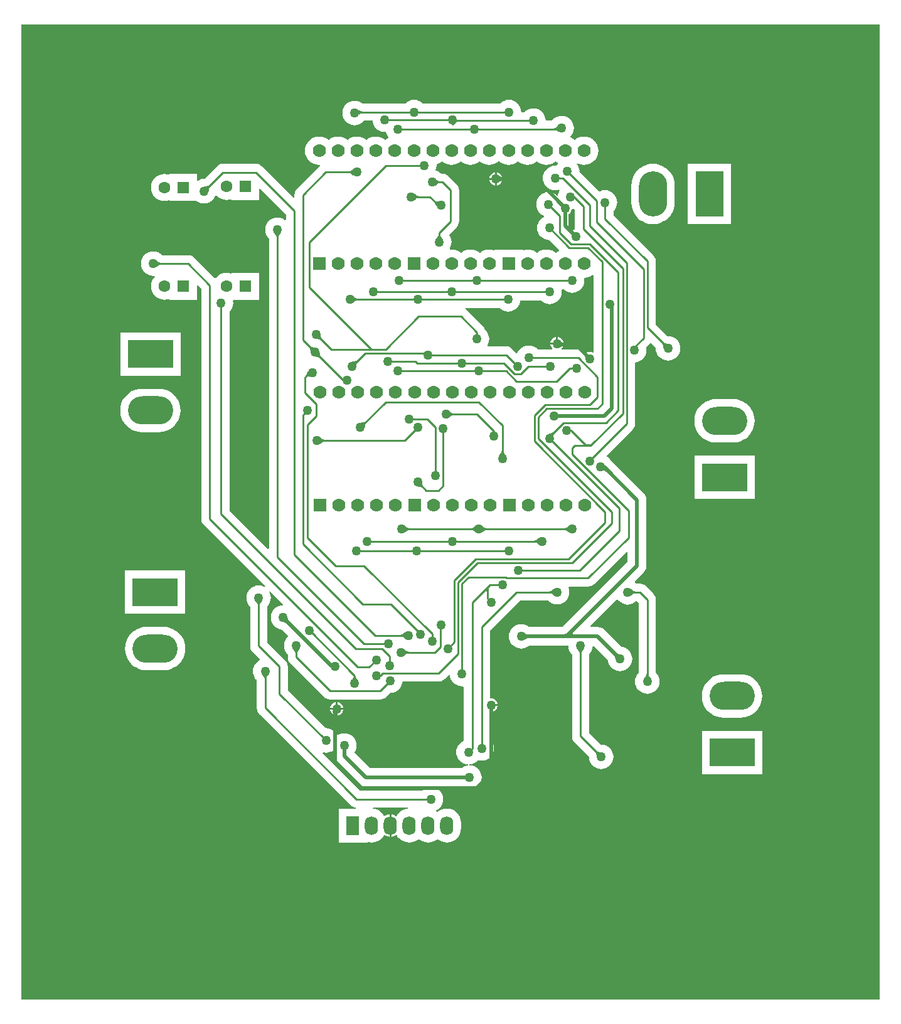
<source format=gtl>
G04*
G04 #@! TF.GenerationSoftware,Altium Limited,Altium Designer,18.0.7 (293)*
G04*
G04 Layer_Physical_Order=1*
G04 Layer_Color=255*
%FSLAX44Y44*%
%MOMM*%
G71*
G01*
G75*
%ADD10C,0.2540*%
%ADD26C,0.5080*%
%ADD27C,1.7780*%
%ADD28R,1.7780X1.7780*%
%ADD29R,6.0960X3.8100*%
%ADD30O,6.0960X3.8100*%
%ADD31R,3.8100X6.0960*%
%ADD32O,3.8100X6.0960*%
%ADD33O,1.7780X2.5400*%
%ADD34R,1.7780X2.5400*%
%ADD35R,1.6000X1.6000*%
%ADD36C,1.6000*%
%ADD37C,1.2700*%
G36*
X1158240Y0D02*
X0D01*
Y1315720D01*
X1158240D01*
Y0D01*
D02*
G37*
%LPC*%
G36*
X657860Y1214200D02*
X654623Y1213881D01*
X651511Y1212937D01*
X648643Y1211404D01*
X646129Y1209341D01*
X645963Y1209139D01*
X541487D01*
X541321Y1209341D01*
X538807Y1211404D01*
X535939Y1212937D01*
X532826Y1213881D01*
X529590Y1214200D01*
X526353Y1213881D01*
X523241Y1212937D01*
X520373Y1211404D01*
X517859Y1209341D01*
X517693Y1209139D01*
X460466D01*
X459304Y1209810D01*
X458766Y1210163D01*
X458506Y1210290D01*
X455929Y1211667D01*
X452817Y1212611D01*
X449580Y1212930D01*
X446343Y1212611D01*
X443231Y1211667D01*
X440363Y1210134D01*
X437849Y1208071D01*
X435786Y1205557D01*
X434253Y1202689D01*
X433309Y1199576D01*
X432990Y1196340D01*
X433309Y1193103D01*
X434253Y1189991D01*
X435786Y1187123D01*
X437849Y1184609D01*
X440363Y1182546D01*
X443231Y1181013D01*
X446343Y1180069D01*
X449580Y1179750D01*
X452817Y1180069D01*
X455929Y1181013D01*
X458797Y1182546D01*
X461311Y1184609D01*
X462519Y1186081D01*
X473765D01*
X473949Y1184213D01*
X474893Y1181101D01*
X476426Y1178233D01*
X478489Y1175719D01*
X481003Y1173656D01*
X483871Y1172123D01*
X486983Y1171179D01*
X490220Y1170860D01*
X491878Y1171023D01*
X492673Y1168401D01*
X494206Y1165533D01*
X495201Y1164321D01*
X494881Y1162709D01*
X492537Y1161456D01*
X490471Y1159761D01*
X488406Y1161456D01*
X485097Y1163225D01*
X481506Y1164314D01*
X477771Y1164682D01*
X474037Y1164314D01*
X470446Y1163225D01*
X467137Y1161456D01*
X465071Y1159761D01*
X463006Y1161456D01*
X459697Y1163225D01*
X456106Y1164314D01*
X452371Y1164682D01*
X448637Y1164314D01*
X445046Y1163225D01*
X441737Y1161456D01*
X439672Y1159761D01*
X437606Y1161456D01*
X434297Y1163225D01*
X430706Y1164314D01*
X426972Y1164682D01*
X423237Y1164314D01*
X419646Y1163225D01*
X416337Y1161456D01*
X414272Y1159761D01*
X412206Y1161456D01*
X408897Y1163225D01*
X405306Y1164314D01*
X401572Y1164682D01*
X397837Y1164314D01*
X394246Y1163225D01*
X390937Y1161456D01*
X388036Y1159076D01*
X385655Y1156175D01*
X383886Y1152865D01*
X382797Y1149275D01*
X382429Y1145540D01*
X382797Y1141805D01*
X383886Y1138215D01*
X385655Y1134905D01*
X388036Y1132004D01*
X390937Y1129624D01*
X394246Y1127855D01*
X397837Y1126766D01*
X401572Y1126398D01*
X402513Y1126491D01*
X402999Y1125262D01*
X402309Y1124733D01*
X371578Y1094002D01*
X369746Y1091614D01*
X368594Y1088834D01*
X368201Y1085850D01*
Y1082322D01*
X367028Y1081836D01*
X324382Y1124482D01*
X321994Y1126314D01*
X319214Y1127466D01*
X316230Y1127859D01*
X271780D01*
X271780Y1127859D01*
X268796Y1127466D01*
X266016Y1126314D01*
X263628Y1124482D01*
X263628Y1124482D01*
X246676Y1107530D01*
X246343Y1107527D01*
X246097Y1107492D01*
X243144Y1107201D01*
X240031Y1106257D01*
X237870Y1105102D01*
X236600Y1105863D01*
Y1114170D01*
X200280D01*
Y1114118D01*
X199010Y1113176D01*
X196600Y1113907D01*
X193040Y1114258D01*
X189480Y1113907D01*
X186057Y1112869D01*
X182902Y1111182D01*
X180137Y1108913D01*
X177868Y1106148D01*
X176181Y1102993D01*
X175143Y1099570D01*
X174792Y1096010D01*
X175143Y1092450D01*
X176181Y1089027D01*
X177868Y1085872D01*
X180137Y1083107D01*
X182902Y1080837D01*
X186057Y1079151D01*
X189480Y1078113D01*
X193040Y1077762D01*
X196600Y1078113D01*
X199010Y1078844D01*
X200280Y1077902D01*
Y1077850D01*
X236293D01*
X237163Y1077136D01*
X240031Y1075603D01*
X243144Y1074659D01*
X246380Y1074340D01*
X249617Y1074659D01*
X252729Y1075603D01*
X255597Y1077136D01*
X258111Y1079199D01*
X260174Y1081713D01*
X261707Y1084581D01*
X261897Y1085209D01*
X263143Y1085457D01*
X264029Y1084377D01*
X266795Y1082107D01*
X269949Y1080421D01*
X273373Y1079383D01*
X276933Y1079032D01*
X280492Y1079383D01*
X282903Y1080114D01*
X284173Y1079172D01*
Y1079120D01*
X320493D01*
Y1094104D01*
X321666Y1094590D01*
X356771Y1059485D01*
Y1052404D01*
X355623Y1051861D01*
X354657Y1052654D01*
X351789Y1054187D01*
X348676Y1055131D01*
X345440Y1055450D01*
X342203Y1055131D01*
X339091Y1054187D01*
X336223Y1052654D01*
X333709Y1050591D01*
X331646Y1048077D01*
X330113Y1045209D01*
X329169Y1042096D01*
X328850Y1038860D01*
X329169Y1035623D01*
X330113Y1032511D01*
X331646Y1029643D01*
X333277Y1027655D01*
X333529Y1027306D01*
X333911Y1026899D01*
Y608612D01*
X332738Y608126D01*
X280769Y660095D01*
Y927903D01*
X280971Y928069D01*
X283034Y930583D01*
X284567Y933451D01*
X285511Y936563D01*
X285830Y939800D01*
X285511Y943036D01*
X285377Y943480D01*
X286133Y944500D01*
X320493D01*
Y980820D01*
X284173D01*
Y980768D01*
X282903Y979826D01*
X280492Y980557D01*
X276933Y980908D01*
X273373Y980557D01*
X269949Y979519D01*
X266795Y977832D01*
X264029Y975563D01*
X262423Y973606D01*
X260744Y973490D01*
X232942Y1001292D01*
X230554Y1003124D01*
X227774Y1004276D01*
X224790Y1004669D01*
X189748D01*
X189510Y1004902D01*
X189312Y1005051D01*
X187017Y1006934D01*
X184149Y1008467D01*
X181036Y1009411D01*
X177800Y1009730D01*
X174564Y1009411D01*
X171451Y1008467D01*
X168583Y1006934D01*
X166069Y1004871D01*
X164006Y1002357D01*
X162473Y999489D01*
X161529Y996376D01*
X161210Y993140D01*
X161529Y989903D01*
X162473Y986791D01*
X164006Y983923D01*
X166069Y981409D01*
X168583Y979346D01*
X171451Y977813D01*
X174564Y976869D01*
X177800Y976550D01*
X179547Y976722D01*
X180043Y975747D01*
X180084Y975499D01*
X177868Y972798D01*
X176181Y969643D01*
X175143Y966220D01*
X174792Y962660D01*
X175143Y959100D01*
X176181Y955677D01*
X177868Y952522D01*
X180137Y949757D01*
X182902Y947487D01*
X186057Y945801D01*
X189480Y944763D01*
X193040Y944412D01*
X196600Y944763D01*
X199010Y945494D01*
X200280Y944552D01*
Y944500D01*
X236600D01*
Y963367D01*
X237773Y963853D01*
X242471Y959155D01*
Y648970D01*
X242864Y645986D01*
X244016Y643206D01*
X245848Y640818D01*
X329010Y557656D01*
X328245Y556625D01*
X326389Y557617D01*
X323276Y558561D01*
X320040Y558880D01*
X316803Y558561D01*
X313691Y557617D01*
X310823Y556084D01*
X308309Y554021D01*
X306246Y551507D01*
X304713Y548639D01*
X303769Y545527D01*
X303450Y542290D01*
X303769Y539053D01*
X304713Y535941D01*
X306246Y533073D01*
X307877Y531085D01*
X308129Y530736D01*
X308511Y530329D01*
Y477520D01*
X308904Y474536D01*
X310056Y471756D01*
X311888Y469368D01*
X321720Y459537D01*
X321488Y457972D01*
X319713Y457024D01*
X317199Y454961D01*
X315136Y452447D01*
X313603Y449579D01*
X312659Y446466D01*
X312340Y443230D01*
X312659Y439994D01*
X313603Y436881D01*
X315136Y434013D01*
X316767Y432025D01*
X317019Y431676D01*
X317401Y431269D01*
Y393700D01*
X317794Y390716D01*
X318946Y387936D01*
X320778Y385548D01*
X443968Y262358D01*
X446356Y260526D01*
X449136Y259374D01*
X451371Y259080D01*
X451287Y257810D01*
X427990D01*
Y212090D01*
X466090D01*
Y212093D01*
X467110Y212850D01*
X468705Y212366D01*
X472440Y211998D01*
X476175Y212366D01*
X479765Y213455D01*
X483075Y215224D01*
X485976Y217604D01*
X488356Y220505D01*
X489078Y221855D01*
X490706Y222207D01*
X492076Y221156D01*
X494856Y220004D01*
X496570Y219779D01*
Y234950D01*
Y250121D01*
X494856Y249896D01*
X492076Y248744D01*
X490706Y247693D01*
X489078Y248045D01*
X488356Y249395D01*
X485976Y252296D01*
X483075Y254676D01*
X479765Y256445D01*
X476175Y257534D01*
X474377Y257711D01*
X474440Y258981D01*
X521240D01*
X521303Y257711D01*
X519506Y257534D01*
X515915Y256445D01*
X512605Y254676D01*
X509704Y252296D01*
X507324Y249395D01*
X506602Y248045D01*
X504974Y247693D01*
X503604Y248744D01*
X500824Y249896D01*
X499110Y250121D01*
Y234950D01*
Y219779D01*
X500824Y220004D01*
X503604Y221156D01*
X504974Y222207D01*
X506602Y221855D01*
X507324Y220505D01*
X509704Y217604D01*
X512605Y215224D01*
X515915Y213455D01*
X519506Y212366D01*
X523240Y211998D01*
X526974Y212366D01*
X530565Y213455D01*
X533875Y215224D01*
X535940Y216919D01*
X538005Y215224D01*
X541315Y213455D01*
X544906Y212366D01*
X548640Y211998D01*
X552374Y212366D01*
X555965Y213455D01*
X559275Y215224D01*
X561340Y216919D01*
X563405Y215224D01*
X566715Y213455D01*
X570305Y212366D01*
X574040Y211998D01*
X577775Y212366D01*
X581365Y213455D01*
X584675Y215224D01*
X587576Y217604D01*
X589956Y220505D01*
X591725Y223815D01*
X592814Y227405D01*
X593182Y231140D01*
Y238760D01*
X592814Y242495D01*
X591725Y246085D01*
X589956Y249395D01*
X587576Y252296D01*
X584675Y254676D01*
X581365Y256445D01*
X577775Y257534D01*
X574040Y257902D01*
X570305Y257534D01*
X566715Y256445D01*
X563405Y254676D01*
X561340Y252981D01*
X559776Y254265D01*
X559826Y255647D01*
X559896Y255769D01*
X561667Y256716D01*
X564181Y258779D01*
X566244Y261293D01*
X567777Y264161D01*
X568721Y267274D01*
X569040Y270510D01*
X568721Y273746D01*
X567777Y276859D01*
X566244Y279727D01*
X564181Y282241D01*
X561667Y284304D01*
X559166Y285640D01*
X559485Y286910D01*
X594104D01*
X595303Y285926D01*
X598171Y284393D01*
X601283Y283449D01*
X604520Y283130D01*
X607757Y283449D01*
X610869Y284393D01*
X613737Y285926D01*
X616251Y287989D01*
X618314Y290503D01*
X619847Y293371D01*
X620791Y296483D01*
X621110Y299720D01*
X620791Y302957D01*
X619847Y306069D01*
X618314Y308937D01*
X616251Y311451D01*
X613737Y313514D01*
X610869Y315047D01*
X607757Y315991D01*
X604727Y316290D01*
Y317566D01*
X606487Y317739D01*
X609599Y318683D01*
X612467Y320216D01*
X614981Y322279D01*
X615896Y323395D01*
X617794Y322819D01*
X621030Y322500D01*
X624267Y322819D01*
X627379Y323763D01*
X630247Y325296D01*
X632761Y327359D01*
X634824Y329873D01*
X636357Y332741D01*
X637301Y335854D01*
X637620Y339090D01*
X637301Y342327D01*
X636357Y345439D01*
X634824Y348307D01*
X632761Y350821D01*
X632559Y350987D01*
Y387734D01*
X633513Y388572D01*
X633730Y388543D01*
X636051Y388849D01*
X638213Y389745D01*
X640070Y391170D01*
X641495Y393027D01*
X642391Y395189D01*
X642530Y396240D01*
X633730D01*
Y398780D01*
X642530D01*
X642391Y399831D01*
X641495Y401993D01*
X640070Y403850D01*
X638213Y405275D01*
X636051Y406171D01*
X633730Y406477D01*
X633513Y406448D01*
X632559Y407286D01*
Y498145D01*
X672795Y538381D01*
X710683D01*
X710920Y538148D01*
X711118Y537999D01*
X713413Y536116D01*
X716281Y534583D01*
X719393Y533639D01*
X722630Y533320D01*
X725866Y533639D01*
X728979Y534583D01*
X731847Y536116D01*
X734361Y538179D01*
X736424Y540693D01*
X737957Y543561D01*
X738901Y546674D01*
X739220Y549910D01*
X738901Y553147D01*
X737987Y556161D01*
X737995Y556480D01*
X738565Y557431D01*
X764540D01*
X767524Y557824D01*
X770304Y558976D01*
X772692Y560808D01*
X816597Y604713D01*
X817770Y604227D01*
Y590776D01*
X730390Y503396D01*
X730283Y503310D01*
X730162Y503228D01*
X730066Y503173D01*
X729981Y503134D01*
X729893Y503102D01*
X729786Y503072D01*
X729643Y503045D01*
X729506Y503030D01*
X684786D01*
X683587Y504014D01*
X680719Y505547D01*
X677607Y506491D01*
X674370Y506810D01*
X671133Y506491D01*
X668021Y505547D01*
X665153Y504014D01*
X662639Y501951D01*
X660576Y499437D01*
X659043Y496569D01*
X658099Y493456D01*
X657780Y490220D01*
X658099Y486983D01*
X659043Y483871D01*
X660576Y481003D01*
X662639Y478489D01*
X665153Y476426D01*
X668021Y474893D01*
X671133Y473949D01*
X674370Y473630D01*
X677607Y473949D01*
X680719Y474893D01*
X683587Y476426D01*
X684786Y477410D01*
X737801D01*
X738109Y474283D01*
X739053Y471171D01*
X740586Y468303D01*
X742217Y466315D01*
X742469Y465966D01*
X742851Y465559D01*
Y355600D01*
X743244Y352616D01*
X744396Y349836D01*
X746228Y347448D01*
X765720Y327956D01*
X765723Y327623D01*
X765758Y327377D01*
X766049Y324423D01*
X766993Y321311D01*
X768526Y318443D01*
X770589Y315929D01*
X773103Y313866D01*
X775971Y312333D01*
X779083Y311389D01*
X782320Y311070D01*
X785556Y311389D01*
X788669Y312333D01*
X791537Y313866D01*
X794051Y315929D01*
X796114Y318443D01*
X797647Y321311D01*
X798591Y324423D01*
X798910Y327660D01*
X798591Y330896D01*
X797647Y334009D01*
X796114Y336877D01*
X794051Y339391D01*
X791537Y341454D01*
X788669Y342987D01*
X785556Y343931D01*
X782997Y344183D01*
X782572Y344253D01*
X782014Y344270D01*
X765909Y360375D01*
Y465573D01*
X766142Y465810D01*
X766291Y466008D01*
X768174Y468303D01*
X769707Y471171D01*
X770651Y474283D01*
X770902Y476835D01*
X772208Y477136D01*
X791297Y458048D01*
X791449Y456503D01*
X792393Y453391D01*
X793926Y450523D01*
X795989Y448009D01*
X798503Y445946D01*
X801371Y444413D01*
X804483Y443469D01*
X807720Y443150D01*
X810956Y443469D01*
X814069Y444413D01*
X816937Y445946D01*
X819451Y448009D01*
X821514Y450523D01*
X823047Y453391D01*
X823991Y456503D01*
X824310Y459740D01*
X823991Y462976D01*
X823047Y466089D01*
X821514Y468957D01*
X819451Y471471D01*
X816937Y473534D01*
X814069Y475067D01*
X810956Y476011D01*
X809412Y476163D01*
X786298Y499278D01*
X783645Y501313D01*
X780555Y502593D01*
X777240Y503030D01*
X767914D01*
X767428Y504203D01*
X803235Y540009D01*
X804844Y539822D01*
X806389Y537939D01*
X808903Y535876D01*
X811771Y534343D01*
X814883Y533399D01*
X818120Y533080D01*
X821357Y533399D01*
X824469Y534343D01*
X827337Y535876D01*
X829325Y537507D01*
X829674Y537759D01*
X829964Y538032D01*
X833021Y534975D01*
Y441208D01*
X832788Y440970D01*
X832639Y440771D01*
X830756Y438477D01*
X829223Y435609D01*
X828279Y432496D01*
X827960Y429260D01*
X828279Y426023D01*
X829223Y422911D01*
X830756Y420043D01*
X832819Y417529D01*
X835333Y415466D01*
X838201Y413933D01*
X841313Y412989D01*
X844550Y412670D01*
X847786Y412989D01*
X850899Y413933D01*
X853767Y415466D01*
X856281Y417529D01*
X858344Y420043D01*
X859877Y422911D01*
X860821Y426023D01*
X861140Y429260D01*
X860821Y432496D01*
X859877Y435609D01*
X858344Y438477D01*
X856713Y440465D01*
X856461Y440814D01*
X856079Y441221D01*
Y539750D01*
X856079Y539750D01*
X855686Y542734D01*
X854534Y545514D01*
X852702Y547902D01*
X852702Y547902D01*
X842782Y557822D01*
X840394Y559654D01*
X837614Y560806D01*
X834630Y561199D01*
X830068D01*
X829830Y561432D01*
X829632Y561581D01*
X827968Y562946D01*
X827781Y564555D01*
X839638Y576412D01*
X841673Y579065D01*
X842953Y582155D01*
X843390Y585470D01*
Y674370D01*
X842953Y677685D01*
X841673Y680775D01*
X839638Y683428D01*
X795188Y727878D01*
X795013Y728012D01*
X794195Y728828D01*
X792781Y730551D01*
X790267Y732614D01*
X789917Y732801D01*
X789731Y734057D01*
X824762Y769088D01*
X824762Y769088D01*
X826594Y771476D01*
X827746Y774256D01*
X828139Y777240D01*
Y859845D01*
X830006Y860029D01*
X833119Y860973D01*
X835987Y862506D01*
X838501Y864569D01*
X840564Y867083D01*
X842097Y869951D01*
X843041Y873064D01*
X843360Y876300D01*
X843041Y879537D01*
X842915Y879951D01*
X847622Y884658D01*
X848228Y885448D01*
X849495Y885531D01*
X855890Y879136D01*
X855893Y878803D01*
X855928Y878557D01*
X856219Y875603D01*
X857163Y872491D01*
X858696Y869623D01*
X860759Y867109D01*
X863273Y865046D01*
X866141Y863513D01*
X869253Y862569D01*
X872490Y862250D01*
X875726Y862569D01*
X878839Y863513D01*
X881707Y865046D01*
X884221Y867109D01*
X886284Y869623D01*
X887817Y872491D01*
X888761Y875603D01*
X889080Y878840D01*
X888761Y882076D01*
X887817Y885189D01*
X886284Y888057D01*
X884221Y890571D01*
X881707Y892634D01*
X878839Y894167D01*
X875726Y895111D01*
X873167Y895363D01*
X872742Y895433D01*
X872184Y895450D01*
X856079Y911555D01*
Y996315D01*
X856079Y996315D01*
X855686Y999299D01*
X854534Y1002079D01*
X852702Y1004467D01*
X852702Y1004467D01*
X798929Y1058240D01*
Y1063793D01*
X799131Y1063959D01*
X801194Y1066473D01*
X802727Y1069341D01*
X803671Y1072454D01*
X803990Y1075690D01*
X803671Y1078926D01*
X802727Y1082039D01*
X801194Y1084907D01*
X799131Y1087421D01*
X796617Y1089484D01*
X793749Y1091017D01*
X790637Y1091961D01*
X787400Y1092280D01*
X784164Y1091961D01*
X781051Y1091017D01*
X779868Y1090385D01*
X752913Y1117340D01*
X752938Y1117600D01*
X752620Y1120836D01*
X751676Y1123949D01*
X750143Y1126817D01*
X749370Y1127758D01*
X750191Y1128759D01*
X751883Y1127855D01*
X755474Y1126766D01*
X759209Y1126398D01*
X762943Y1126766D01*
X766534Y1127855D01*
X769843Y1129624D01*
X772744Y1132004D01*
X775125Y1134905D01*
X776894Y1138215D01*
X777983Y1141805D01*
X778351Y1145540D01*
X777983Y1149275D01*
X776894Y1152865D01*
X775125Y1156175D01*
X772744Y1159076D01*
X769843Y1161456D01*
X766534Y1163225D01*
X762943Y1164314D01*
X759209Y1164682D01*
X755474Y1164314D01*
X751883Y1163225D01*
X748574Y1161456D01*
X746508Y1159761D01*
X744443Y1161456D01*
X741305Y1163134D01*
X741096Y1163540D01*
X740968Y1164603D01*
X742774Y1166803D01*
X744307Y1169671D01*
X745251Y1172784D01*
X745570Y1176020D01*
X745251Y1179257D01*
X744307Y1182369D01*
X742774Y1185237D01*
X740711Y1187751D01*
X738197Y1189814D01*
X735329Y1191347D01*
X732216Y1192291D01*
X728980Y1192610D01*
X725743Y1192291D01*
X722631Y1191347D01*
X719763Y1189814D01*
X717249Y1187751D01*
X716041Y1186279D01*
X707460D01*
X707151Y1189417D01*
X706207Y1192529D01*
X704674Y1195397D01*
X702611Y1197911D01*
X700097Y1199974D01*
X697229Y1201507D01*
X694117Y1202451D01*
X690880Y1202770D01*
X687644Y1202451D01*
X684531Y1201507D01*
X681663Y1199974D01*
X679149Y1197911D01*
X678983Y1197709D01*
X674440D01*
X674131Y1200846D01*
X673187Y1203959D01*
X671654Y1206827D01*
X669591Y1209341D01*
X667077Y1211404D01*
X664209Y1212937D01*
X661096Y1213881D01*
X657860Y1214200D01*
D02*
G37*
G36*
X957580Y1127760D02*
X899160D01*
Y1046480D01*
X957580D01*
Y1127760D01*
D02*
G37*
G36*
X852170Y1127850D02*
X847586Y1127490D01*
X843116Y1126416D01*
X838868Y1124657D01*
X834948Y1122254D01*
X831452Y1119268D01*
X828466Y1115772D01*
X826063Y1111852D01*
X824304Y1107604D01*
X823230Y1103134D01*
X822870Y1098550D01*
Y1075690D01*
X823230Y1071106D01*
X824304Y1066636D01*
X826063Y1062388D01*
X828466Y1058468D01*
X831452Y1054972D01*
X834948Y1051986D01*
X838868Y1049583D01*
X843116Y1047824D01*
X847586Y1046750D01*
X852170Y1046390D01*
X856754Y1046750D01*
X861224Y1047824D01*
X865472Y1049583D01*
X869392Y1051986D01*
X872888Y1054972D01*
X875874Y1058468D01*
X878277Y1062388D01*
X880036Y1066636D01*
X881110Y1071106D01*
X881470Y1075690D01*
Y1098550D01*
X881110Y1103134D01*
X880036Y1107604D01*
X878277Y1111852D01*
X875874Y1115772D01*
X872888Y1119268D01*
X869392Y1122254D01*
X865472Y1124657D01*
X861224Y1126416D01*
X856754Y1127490D01*
X852170Y1127850D01*
D02*
G37*
G36*
X214630Y900430D02*
X133350D01*
Y842010D01*
X214630D01*
Y900430D01*
D02*
G37*
G36*
X185420Y824320D02*
X162560D01*
X157976Y823960D01*
X153506Y822886D01*
X149258Y821127D01*
X145338Y818724D01*
X141842Y815738D01*
X138856Y812242D01*
X136453Y808322D01*
X134694Y804074D01*
X133620Y799604D01*
X133260Y795020D01*
X133620Y790436D01*
X134694Y785966D01*
X136453Y781718D01*
X138856Y777798D01*
X141842Y774302D01*
X145338Y771316D01*
X149258Y768913D01*
X153506Y767154D01*
X157976Y766080D01*
X162560Y765720D01*
X185420D01*
X190004Y766080D01*
X194474Y767154D01*
X198722Y768913D01*
X202642Y771316D01*
X206138Y774302D01*
X209124Y777798D01*
X211527Y781718D01*
X213286Y785966D01*
X214360Y790436D01*
X214720Y795020D01*
X214360Y799604D01*
X213286Y804074D01*
X211527Y808322D01*
X209124Y812242D01*
X206138Y815738D01*
X202642Y818724D01*
X198722Y821127D01*
X194474Y822886D01*
X190004Y823960D01*
X185420Y824320D01*
D02*
G37*
G36*
X960120Y810350D02*
X937260D01*
X932676Y809990D01*
X928206Y808916D01*
X923958Y807157D01*
X920038Y804754D01*
X916542Y801768D01*
X913556Y798272D01*
X911153Y794352D01*
X909394Y790104D01*
X908320Y785634D01*
X907960Y781050D01*
X908320Y776466D01*
X909394Y771996D01*
X911153Y767748D01*
X913556Y763828D01*
X916542Y760332D01*
X920038Y757346D01*
X923958Y754943D01*
X928206Y753184D01*
X932676Y752110D01*
X937260Y751750D01*
X960120D01*
X964704Y752110D01*
X969174Y753184D01*
X973422Y754943D01*
X977342Y757346D01*
X980838Y760332D01*
X983824Y763828D01*
X986227Y767748D01*
X987986Y771996D01*
X989060Y776466D01*
X989420Y781050D01*
X989060Y785634D01*
X987986Y790104D01*
X986227Y794352D01*
X983824Y798272D01*
X980838Y801768D01*
X977342Y804754D01*
X973422Y807157D01*
X969174Y808916D01*
X964704Y809990D01*
X960120Y810350D01*
D02*
G37*
G36*
X989330Y734060D02*
X908050D01*
Y675640D01*
X989330D01*
Y734060D01*
D02*
G37*
G36*
X220980Y579120D02*
X139700D01*
Y520700D01*
X220980D01*
Y579120D01*
D02*
G37*
G36*
X191770Y503010D02*
X168910D01*
X164326Y502650D01*
X159856Y501576D01*
X155608Y499817D01*
X151688Y497414D01*
X148192Y494428D01*
X145206Y490932D01*
X142803Y487012D01*
X141044Y482764D01*
X139970Y478294D01*
X139610Y473710D01*
X139970Y469126D01*
X141044Y464656D01*
X142803Y460408D01*
X145206Y456488D01*
X148192Y452992D01*
X151688Y450006D01*
X155608Y447603D01*
X159856Y445844D01*
X164326Y444770D01*
X168910Y444410D01*
X191770D01*
X196354Y444770D01*
X200824Y445844D01*
X205072Y447603D01*
X208992Y450006D01*
X212488Y452992D01*
X215474Y456488D01*
X217877Y460408D01*
X219636Y464656D01*
X220710Y469126D01*
X221070Y473710D01*
X220710Y478294D01*
X219636Y482764D01*
X217877Y487012D01*
X215474Y490932D01*
X212488Y494428D01*
X208992Y497414D01*
X205072Y499817D01*
X200824Y501576D01*
X196354Y502650D01*
X191770Y503010D01*
D02*
G37*
G36*
X970280Y439002D02*
X947420D01*
X942836Y438642D01*
X938366Y437568D01*
X934118Y435809D01*
X930198Y433406D01*
X926702Y430420D01*
X923716Y426924D01*
X921313Y423004D01*
X919554Y418756D01*
X918480Y414286D01*
X918120Y409702D01*
X918480Y405118D01*
X919554Y400648D01*
X921313Y396400D01*
X923716Y392480D01*
X926702Y388984D01*
X930198Y385998D01*
X934118Y383595D01*
X938366Y381836D01*
X942836Y380762D01*
X947420Y380402D01*
X970280D01*
X974864Y380762D01*
X979334Y381836D01*
X983582Y383595D01*
X987502Y385998D01*
X990998Y388984D01*
X993984Y392480D01*
X996387Y396400D01*
X998146Y400648D01*
X999220Y405118D01*
X999580Y409702D01*
X999220Y414286D01*
X998146Y418756D01*
X996387Y423004D01*
X993984Y426924D01*
X990998Y430420D01*
X987502Y433406D01*
X983582Y435809D01*
X979334Y437568D01*
X974864Y438642D01*
X970280Y439002D01*
D02*
G37*
G36*
X999490Y362712D02*
X918210D01*
Y304292D01*
X999490D01*
Y362712D01*
D02*
G37*
%LPD*%
G36*
X453920Y1201085D02*
X456041Y1199860D01*
X456668Y1199560D01*
X457804Y1199125D01*
X458312Y1198989D01*
X458781Y1198907D01*
X459210Y1198880D01*
X459740Y1196340D01*
X459224Y1196305D01*
X458716Y1196202D01*
X458214Y1196030D01*
X457720Y1195788D01*
X457234Y1195478D01*
X456755Y1195099D01*
X456283Y1194650D01*
X455819Y1194133D01*
X455362Y1193547D01*
X454912Y1192892D01*
X453134Y1201602D01*
X453920Y1201085D01*
D02*
G37*
G36*
X725426Y1170758D02*
X724640Y1171275D01*
X722519Y1172500D01*
X721892Y1172800D01*
X720756Y1173235D01*
X720248Y1173371D01*
X719779Y1173453D01*
X719350Y1173480D01*
X718820Y1176020D01*
X719336Y1176055D01*
X719844Y1176158D01*
X720346Y1176330D01*
X720839Y1176572D01*
X721326Y1176882D01*
X721805Y1177261D01*
X722277Y1177710D01*
X722741Y1178227D01*
X723198Y1178813D01*
X723648Y1179468D01*
X725426Y1170758D01*
D02*
G37*
G36*
X646974Y1129624D02*
X650283Y1127855D01*
X653874Y1126766D01*
X657608Y1126398D01*
X661343Y1126766D01*
X664934Y1127855D01*
X668243Y1129624D01*
X670309Y1131319D01*
X672374Y1129624D01*
X675683Y1127855D01*
X679274Y1126766D01*
X683008Y1126398D01*
X686743Y1126766D01*
X690334Y1127855D01*
X693643Y1129624D01*
X695708Y1131319D01*
X697774Y1129624D01*
X701083Y1127855D01*
X704674Y1126766D01*
X708409Y1126398D01*
X712143Y1126766D01*
X715734Y1127855D01*
X719043Y1129624D01*
X721108Y1131319D01*
X723174Y1129624D01*
X723462Y1129470D01*
X723710Y1128224D01*
X722555Y1126817D01*
X721661Y1125145D01*
X720090Y1125300D01*
X716853Y1124981D01*
X713741Y1124037D01*
X710873Y1122504D01*
X708359Y1120441D01*
X706296Y1117927D01*
X704763Y1115059D01*
X703819Y1111946D01*
X703500Y1108710D01*
X703819Y1105473D01*
X704763Y1102361D01*
X706296Y1099493D01*
X708359Y1096979D01*
X710873Y1094916D01*
X713741Y1093383D01*
X716853Y1092439D01*
X720090Y1092120D01*
X723326Y1092439D01*
X725478Y1093092D01*
X726350Y1092029D01*
X725083Y1089659D01*
X724139Y1086546D01*
X724019Y1085333D01*
X722716Y1085057D01*
X720417Y1086944D01*
X717549Y1088477D01*
X714436Y1089421D01*
X711200Y1089740D01*
X707963Y1089421D01*
X704851Y1088477D01*
X701983Y1086944D01*
X699469Y1084881D01*
X697406Y1082367D01*
X695873Y1079499D01*
X694929Y1076386D01*
X694610Y1073150D01*
X694929Y1069913D01*
X695873Y1066801D01*
X697406Y1063933D01*
X699469Y1061419D01*
X701983Y1059356D01*
X704851Y1057823D01*
X705251Y1057702D01*
X705386Y1056334D01*
X703253Y1055194D01*
X700739Y1053131D01*
X698676Y1050617D01*
X697143Y1047749D01*
X696199Y1044637D01*
X695880Y1041400D01*
X696199Y1038164D01*
X697143Y1035051D01*
X698676Y1032183D01*
X700739Y1029669D01*
X703253Y1027606D01*
X706121Y1026073D01*
X709233Y1025129D01*
X712470Y1024810D01*
X712730Y1024836D01*
X725713Y1011853D01*
X725481Y1010289D01*
X723174Y1009056D01*
X721108Y1007361D01*
X719043Y1009056D01*
X715734Y1010825D01*
X712143Y1011914D01*
X708409Y1012282D01*
X704674Y1011914D01*
X701083Y1010825D01*
X697774Y1009056D01*
X695708Y1007361D01*
X693643Y1009056D01*
X690334Y1010825D01*
X686743Y1011914D01*
X683008Y1012282D01*
X679274Y1011914D01*
X677679Y1011430D01*
X676658Y1012187D01*
Y1012190D01*
X638559D01*
Y1012139D01*
X637289Y1011197D01*
X634925Y1011914D01*
X631190Y1012282D01*
X627455Y1011914D01*
X623865Y1010825D01*
X620555Y1009056D01*
X618490Y1007361D01*
X616425Y1009056D01*
X613115Y1010825D01*
X609524Y1011914D01*
X605790Y1012282D01*
X602056Y1011914D01*
X598465Y1010825D01*
X595155Y1009056D01*
X593090Y1007361D01*
X591025Y1009056D01*
X587715Y1010825D01*
X584124Y1011914D01*
X580390Y1012282D01*
X578242Y1012071D01*
X578189Y1012169D01*
X577763Y1013300D01*
X579207Y1016001D01*
X580151Y1019113D01*
X580470Y1022350D01*
X580151Y1025586D01*
X579207Y1028699D01*
X577674Y1031567D01*
X577235Y1032101D01*
X587272Y1042138D01*
X589104Y1044526D01*
X590256Y1047306D01*
X590649Y1050290D01*
Y1092200D01*
X590256Y1095184D01*
X589104Y1097964D01*
X587272Y1100352D01*
X576408Y1111216D01*
X574020Y1113048D01*
X571240Y1114200D01*
X568256Y1114593D01*
X566233D01*
X565996Y1114826D01*
X565798Y1114975D01*
X563503Y1116858D01*
X560635Y1118391D01*
X558901Y1118917D01*
X559831Y1121983D01*
X560150Y1125220D01*
X559961Y1127141D01*
X562315Y1127855D01*
X565625Y1129624D01*
X567690Y1131319D01*
X569755Y1129624D01*
X573065Y1127855D01*
X576656Y1126766D01*
X580390Y1126398D01*
X584124Y1126766D01*
X587715Y1127855D01*
X591025Y1129624D01*
X593090Y1131319D01*
X595155Y1129624D01*
X598465Y1127855D01*
X602056Y1126766D01*
X605790Y1126398D01*
X609524Y1126766D01*
X613115Y1127855D01*
X616425Y1129624D01*
X618490Y1131319D01*
X620555Y1129624D01*
X623865Y1127855D01*
X627455Y1126766D01*
X631190Y1126398D01*
X634925Y1126766D01*
X638515Y1127855D01*
X641825Y1129624D01*
X644399Y1131737D01*
X646974Y1129624D01*
D02*
G37*
G36*
X447837Y1112137D02*
X447221Y1112740D01*
X446035Y1113756D01*
X445463Y1114168D01*
X444906Y1114518D01*
X444364Y1114803D01*
X443836Y1115026D01*
X443323Y1115184D01*
X442824Y1115280D01*
X442340Y1115312D01*
Y1117851D01*
X442824Y1117883D01*
X443323Y1117979D01*
X443836Y1118137D01*
X444364Y1118360D01*
X444906Y1118645D01*
X445463Y1118995D01*
X446035Y1119407D01*
X446621Y1119883D01*
X447837Y1121027D01*
Y1112137D01*
D02*
G37*
G36*
X559436Y1106906D02*
X560623Y1105890D01*
X561194Y1105477D01*
X561751Y1105128D01*
X562294Y1104842D01*
X562821Y1104620D01*
X563335Y1104461D01*
X563834Y1104366D01*
X564318Y1104334D01*
Y1101794D01*
X563834Y1101762D01*
X563335Y1101667D01*
X562821Y1101508D01*
X562294Y1101286D01*
X561751Y1101000D01*
X561194Y1100651D01*
X560623Y1100238D01*
X560037Y1099762D01*
X558821Y1098619D01*
Y1107509D01*
X559436Y1106906D01*
D02*
G37*
G36*
X254371Y1097125D02*
X254052Y1096761D01*
X253766Y1096341D01*
X253515Y1095865D01*
X253299Y1095335D01*
X253118Y1094749D01*
X252971Y1094109D01*
X252859Y1093413D01*
X252781Y1092661D01*
X252730Y1090993D01*
X246444Y1097280D01*
X247305Y1097288D01*
X248863Y1097409D01*
X249559Y1097521D01*
X250199Y1097668D01*
X250785Y1097849D01*
X251315Y1098065D01*
X251791Y1098316D01*
X252211Y1098602D01*
X252575Y1098922D01*
X254371Y1097125D01*
D02*
G37*
G36*
X530930Y1087152D02*
X532117Y1086136D01*
X532688Y1085723D01*
X533245Y1085374D01*
X533787Y1085088D01*
X534315Y1084866D01*
X534829Y1084707D01*
X535327Y1084612D01*
X535812Y1084580D01*
Y1082040D01*
X535327Y1082008D01*
X534829Y1081913D01*
X534315Y1081754D01*
X533787Y1081532D01*
X533245Y1081246D01*
X532688Y1080897D01*
X532117Y1080484D01*
X531531Y1080008D01*
X530315Y1078865D01*
Y1087755D01*
X530930Y1087152D01*
D02*
G37*
G36*
X558749Y1077587D02*
X559183Y1077302D01*
X559645Y1077090D01*
X560135Y1076948D01*
X560654Y1076879D01*
X561200Y1076880D01*
X561775Y1076954D01*
X562378Y1077099D01*
X563009Y1077315D01*
X563669Y1077603D01*
X560609Y1069319D01*
X560185Y1070269D01*
X557868Y1074715D01*
X557630Y1075036D01*
X557415Y1075279D01*
X558343Y1077943D01*
X558749Y1077587D01*
D02*
G37*
G36*
X746661Y1065835D02*
Y1040130D01*
X746839Y1038780D01*
X745709Y1038631D01*
X743547Y1037735D01*
X741690Y1036310D01*
X741496Y1036298D01*
X737969Y1039825D01*
Y1057910D01*
X737699Y1059955D01*
X738543Y1060305D01*
X740400Y1061730D01*
X741825Y1063587D01*
X742721Y1065749D01*
X742881Y1066964D01*
X743646Y1067039D01*
X745036Y1067460D01*
X746661Y1065835D01*
D02*
G37*
G36*
X349282Y1033710D02*
X348266Y1032523D01*
X347853Y1031952D01*
X347504Y1031395D01*
X347218Y1030853D01*
X346996Y1030325D01*
X346837Y1029811D01*
X346742Y1029313D01*
X346710Y1028828D01*
X344170D01*
X344138Y1029313D01*
X344043Y1029811D01*
X343884Y1030325D01*
X343662Y1030853D01*
X343376Y1031395D01*
X343027Y1031952D01*
X342614Y1032523D01*
X342138Y1033109D01*
X340995Y1034325D01*
X349885D01*
X349282Y1033710D01*
D02*
G37*
G36*
X565182Y1031898D02*
X565277Y1031399D01*
X565436Y1030885D01*
X565658Y1030358D01*
X565944Y1029815D01*
X566293Y1029258D01*
X566706Y1028687D01*
X567182Y1028101D01*
X568325Y1026885D01*
X559435D01*
X560038Y1027500D01*
X561054Y1028687D01*
X561467Y1029258D01*
X561816Y1029815D01*
X562102Y1030358D01*
X562324Y1030885D01*
X562483Y1031399D01*
X562578Y1031898D01*
X562610Y1032382D01*
X565150D01*
X565182Y1031898D01*
D02*
G37*
G36*
X182950Y996982D02*
X184137Y995966D01*
X184708Y995553D01*
X185265Y995204D01*
X185807Y994918D01*
X186335Y994696D01*
X186849Y994537D01*
X187348Y994442D01*
X187832Y994410D01*
Y991870D01*
X187348Y991838D01*
X186849Y991743D01*
X186335Y991584D01*
X185807Y991362D01*
X185265Y991076D01*
X184708Y990727D01*
X184137Y990314D01*
X183551Y989838D01*
X182335Y988695D01*
Y997585D01*
X182950Y996982D01*
D02*
G37*
G36*
X772061Y977559D02*
Y873797D01*
X770791Y872955D01*
X769401Y873531D01*
X767080Y873837D01*
X764759Y873531D01*
X762597Y872635D01*
X761835Y872051D01*
X759594Y874292D01*
X757206Y876124D01*
X754425Y877276D01*
X751442Y877669D01*
X729371D01*
X729155Y878307D01*
X729039Y878939D01*
X730395Y880707D01*
X730659Y881343D01*
X729702Y881249D01*
X729137Y881148D01*
X728593Y881017D01*
X728070Y880857D01*
X727567Y880668D01*
X727086Y880451D01*
X726625Y880204D01*
X726184Y879928D01*
X726999Y883920D01*
X713830D01*
X713969Y882869D01*
X714865Y880707D01*
X716221Y878939D01*
X716105Y878307D01*
X715889Y877669D01*
X696427D01*
X696261Y877871D01*
X693747Y879934D01*
X690879Y881467D01*
X687766Y882411D01*
X684530Y882730D01*
X681293Y882411D01*
X678181Y881467D01*
X675313Y879934D01*
X672799Y877871D01*
X670736Y875357D01*
X669345Y872755D01*
X668005Y872299D01*
X662202Y878102D01*
X659814Y879934D01*
X657034Y881086D01*
X654050Y881479D01*
X629295D01*
X628701Y882749D01*
X630007Y885191D01*
X630951Y888304D01*
X631270Y891540D01*
X630951Y894777D01*
X630007Y897889D01*
X628474Y900757D01*
X626411Y903271D01*
X625599Y903937D01*
X624664Y906194D01*
X622832Y908582D01*
X622832Y908582D01*
X601242Y930172D01*
X598854Y932004D01*
X598668Y932081D01*
X598920Y933351D01*
X644693D01*
X644859Y933149D01*
X647373Y931086D01*
X650241Y929553D01*
X653354Y928609D01*
X656590Y928290D01*
X659827Y928609D01*
X662939Y929553D01*
X665807Y931086D01*
X668321Y933149D01*
X670384Y935663D01*
X671917Y938531D01*
X672861Y941644D01*
X673045Y943511D01*
X700573D01*
X700739Y943309D01*
X703253Y941246D01*
X706121Y939713D01*
X709233Y938769D01*
X712470Y938450D01*
X715706Y938769D01*
X718819Y939713D01*
X721687Y941246D01*
X724201Y943309D01*
X726264Y945823D01*
X727797Y948691D01*
X728741Y951804D01*
X729060Y955040D01*
X728819Y957481D01*
X729818Y958751D01*
X731053D01*
X731219Y958549D01*
X733733Y956486D01*
X736601Y954953D01*
X739714Y954009D01*
X742950Y953690D01*
X746187Y954009D01*
X749299Y954953D01*
X752167Y956486D01*
X754681Y958549D01*
X756744Y961063D01*
X758277Y963931D01*
X759221Y967044D01*
X759540Y970280D01*
X759292Y972797D01*
X759241Y973527D01*
X760368Y974112D01*
X762943Y974366D01*
X766534Y975455D01*
X769843Y977224D01*
X770913Y978102D01*
X772061Y977559D01*
D02*
G37*
G36*
X448380Y948722D02*
X449567Y947706D01*
X450138Y947293D01*
X450695Y946944D01*
X451237Y946658D01*
X451765Y946436D01*
X452279Y946277D01*
X452777Y946182D01*
X453262Y946150D01*
Y943610D01*
X452777Y943578D01*
X452279Y943483D01*
X451765Y943324D01*
X451237Y943102D01*
X450695Y942816D01*
X450138Y942467D01*
X449567Y942054D01*
X448981Y941578D01*
X447765Y940435D01*
Y949325D01*
X448380Y948722D01*
D02*
G37*
G36*
X615967Y899969D02*
X616018Y899537D01*
X616102Y899136D01*
X616221Y898764D01*
X616373Y898421D01*
X616560Y898109D01*
X616780Y897826D01*
X617034Y897573D01*
X617322Y897350D01*
X617643Y897156D01*
X611717D01*
X612038Y897350D01*
X612326Y897573D01*
X612580Y897826D01*
X612800Y898109D01*
X612987Y898421D01*
X613139Y898764D01*
X613258Y899136D01*
X613342Y899537D01*
X613393Y899969D01*
X613410Y900430D01*
X615950D01*
X615967Y899969D01*
D02*
G37*
G36*
X403868Y896965D02*
X403989Y895407D01*
X404101Y894712D01*
X404248Y894071D01*
X404429Y893485D01*
X404646Y892955D01*
X404896Y892479D01*
X405182Y892059D01*
X405502Y891694D01*
X403705Y889899D01*
X403341Y890218D01*
X402921Y890504D01*
X402445Y890754D01*
X401915Y890971D01*
X401329Y891152D01*
X400689Y891299D01*
X399993Y891411D01*
X399241Y891489D01*
X397574Y891540D01*
X403860Y897827D01*
X403868Y896965D01*
D02*
G37*
G36*
X866659Y886512D02*
X867079Y886226D01*
X867555Y885975D01*
X868085Y885759D01*
X868671Y885578D01*
X869312Y885431D01*
X870007Y885319D01*
X870759Y885241D01*
X872427Y885190D01*
X866140Y878904D01*
X866132Y879765D01*
X866011Y881323D01*
X865899Y882019D01*
X865752Y882659D01*
X865571Y883245D01*
X865355Y883775D01*
X865104Y884251D01*
X864818Y884671D01*
X864499Y885035D01*
X866294Y886832D01*
X866659Y886512D01*
D02*
G37*
G36*
X390409Y881432D02*
X390829Y881146D01*
X391305Y880895D01*
X391835Y880679D01*
X392421Y880498D01*
X393061Y880351D01*
X393757Y880239D01*
X394509Y880161D01*
X396176Y880110D01*
X389890Y873823D01*
X389882Y874685D01*
X389761Y876243D01*
X389649Y876938D01*
X389502Y877579D01*
X389321Y878165D01*
X389104Y878695D01*
X388854Y879171D01*
X388568Y879591D01*
X388248Y879956D01*
X390045Y881751D01*
X390409Y881432D01*
D02*
G37*
G36*
X402598Y872835D02*
X402719Y871277D01*
X402831Y870582D01*
X402978Y869941D01*
X403159Y869355D01*
X403376Y868825D01*
X403626Y868349D01*
X403912Y867929D01*
X404231Y867564D01*
X402435Y865769D01*
X402071Y866088D01*
X401651Y866374D01*
X401175Y866625D01*
X400645Y866841D01*
X400059Y867022D01*
X399418Y867169D01*
X398723Y867281D01*
X397971Y867359D01*
X396303Y867410D01*
X402590Y873697D01*
X402598Y872835D01*
D02*
G37*
G36*
X453761Y860906D02*
X453442Y860541D01*
X453156Y860121D01*
X452906Y859645D01*
X452689Y859115D01*
X452508Y858529D01*
X452361Y857888D01*
X452249Y857193D01*
X452171Y856441D01*
X452120Y854773D01*
X445834Y861060D01*
X446695Y861068D01*
X448253Y861189D01*
X448949Y861301D01*
X449589Y861448D01*
X450175Y861629D01*
X450705Y861845D01*
X451181Y862096D01*
X451601Y862382D01*
X451965Y862701D01*
X453761Y860906D01*
D02*
G37*
G36*
X389678Y840097D02*
X389019Y840385D01*
X388388Y840601D01*
X387785Y840746D01*
X387211Y840820D01*
X386664Y840821D01*
X386145Y840752D01*
X385655Y840610D01*
X385193Y840397D01*
X384759Y840113D01*
X384353Y839757D01*
X383425Y842421D01*
X383640Y842663D01*
X383878Y842984D01*
X384139Y843384D01*
X384731Y844419D01*
X385794Y846560D01*
X386619Y848381D01*
X389678Y840097D01*
D02*
G37*
G36*
X577920Y793782D02*
X579107Y792766D01*
X579678Y792353D01*
X580235Y792004D01*
X580778Y791718D01*
X581305Y791496D01*
X581819Y791337D01*
X582318Y791242D01*
X582802Y791210D01*
Y788670D01*
X582318Y788638D01*
X581819Y788543D01*
X581305Y788384D01*
X580778Y788162D01*
X580235Y787876D01*
X579678Y787527D01*
X579107Y787114D01*
X578521Y786638D01*
X577305Y785495D01*
Y794385D01*
X577920Y793782D01*
D02*
G37*
G36*
X465191Y778355D02*
X464872Y777991D01*
X464586Y777571D01*
X464336Y777095D01*
X464119Y776565D01*
X463938Y775979D01*
X463791Y775339D01*
X463679Y774643D01*
X463601Y773891D01*
X463550Y772224D01*
X457263Y778510D01*
X458125Y778518D01*
X459683Y778639D01*
X460378Y778751D01*
X461019Y778898D01*
X461605Y779079D01*
X462135Y779296D01*
X462611Y779546D01*
X463031Y779832D01*
X463396Y780152D01*
X465191Y778355D01*
D02*
G37*
G36*
X719046Y764639D02*
X718697Y764239D01*
X718411Y763804D01*
X718191Y763335D01*
X718034Y762829D01*
X717942Y762289D01*
X717915Y761713D01*
X717952Y761102D01*
X718053Y760456D01*
X718219Y759774D01*
X718449Y759058D01*
X710452Y762941D01*
X711408Y763269D01*
X715055Y764768D01*
X715558Y765040D01*
X715985Y765302D01*
X716336Y765554D01*
X716612Y765797D01*
X719046Y764639D01*
D02*
G37*
G36*
X403930Y758222D02*
X405117Y757206D01*
X405688Y756793D01*
X406245Y756444D01*
X406787Y756158D01*
X407315Y755936D01*
X407829Y755777D01*
X408327Y755682D01*
X408812Y755650D01*
Y753110D01*
X408327Y753078D01*
X407829Y752983D01*
X407315Y752824D01*
X406787Y752602D01*
X406245Y752316D01*
X405688Y751967D01*
X405117Y751554D01*
X404531Y751078D01*
X403315Y749935D01*
Y758825D01*
X403930Y758222D01*
D02*
G37*
G36*
X650272Y739798D02*
X650367Y739299D01*
X650526Y738785D01*
X650748Y738258D01*
X651034Y737715D01*
X651383Y737158D01*
X651796Y736587D01*
X652272Y736001D01*
X653415Y734785D01*
X644525D01*
X645128Y735400D01*
X646144Y736587D01*
X646557Y737158D01*
X646906Y737715D01*
X647192Y738258D01*
X647414Y738785D01*
X647573Y739299D01*
X647668Y739798D01*
X647700Y740282D01*
X650240D01*
X650272Y739798D01*
D02*
G37*
G36*
X791783Y716759D02*
X788916Y712442D01*
X788436Y712891D01*
X787969Y713267D01*
X787515Y713569D01*
X787073Y713798D01*
X786645Y713952D01*
X786229Y714033D01*
X785826Y714041D01*
X785436Y713974D01*
X785059Y713834D01*
X784694Y713620D01*
X786569Y721960D01*
X791783Y716759D01*
D02*
G37*
G36*
X541028Y697575D02*
X541149Y696017D01*
X541261Y695322D01*
X541408Y694681D01*
X541589Y694095D01*
X541805Y693565D01*
X542056Y693089D01*
X542342Y692669D01*
X542662Y692305D01*
X540866Y690508D01*
X540501Y690828D01*
X540081Y691114D01*
X539605Y691365D01*
X539075Y691581D01*
X538489Y691762D01*
X537849Y691909D01*
X537153Y692021D01*
X536401Y692099D01*
X534734Y692150D01*
X541020Y698437D01*
X541028Y697575D01*
D02*
G37*
G36*
X738415Y630555D02*
X737800Y631158D01*
X736613Y632174D01*
X736042Y632587D01*
X735485Y632936D01*
X734942Y633222D01*
X734415Y633444D01*
X733901Y633603D01*
X733402Y633698D01*
X732918Y633730D01*
Y636270D01*
X733402Y636302D01*
X733901Y636397D01*
X734415Y636556D01*
X734942Y636778D01*
X735485Y637064D01*
X736042Y637413D01*
X736613Y637826D01*
X737199Y638302D01*
X738415Y639445D01*
Y630555D01*
D02*
G37*
G36*
X622370Y638842D02*
X623557Y637826D01*
X624128Y637413D01*
X624685Y637064D01*
X625228Y636778D01*
X625755Y636556D01*
X626269Y636397D01*
X626768Y636302D01*
X627252Y636270D01*
Y633730D01*
X626768Y633698D01*
X626269Y633603D01*
X625755Y633444D01*
X625228Y633222D01*
X624685Y632936D01*
X624128Y632587D01*
X623557Y632174D01*
X622971Y631698D01*
X621755Y630555D01*
Y639445D01*
X622370Y638842D01*
D02*
G37*
G36*
X612685Y630555D02*
X612070Y631158D01*
X610883Y632174D01*
X610312Y632587D01*
X609755Y632936D01*
X609212Y633222D01*
X608685Y633444D01*
X608171Y633603D01*
X607673Y633698D01*
X607188Y633730D01*
Y636270D01*
X607673Y636302D01*
X608171Y636397D01*
X608685Y636556D01*
X609212Y636778D01*
X609755Y637064D01*
X610312Y637413D01*
X610883Y637826D01*
X611469Y638302D01*
X612685Y639445D01*
Y630555D01*
D02*
G37*
G36*
X518230Y638842D02*
X519417Y637826D01*
X519988Y637413D01*
X520545Y637064D01*
X521087Y636778D01*
X521615Y636556D01*
X522129Y636397D01*
X522627Y636302D01*
X523112Y636270D01*
Y633730D01*
X522627Y633698D01*
X522129Y633603D01*
X521615Y633444D01*
X521087Y633222D01*
X520545Y632936D01*
X519988Y632587D01*
X519417Y632174D01*
X518831Y631698D01*
X517615Y630555D01*
Y639445D01*
X518230Y638842D01*
D02*
G37*
G36*
X697775Y614045D02*
X697160Y614648D01*
X695973Y615664D01*
X695402Y616077D01*
X694845Y616426D01*
X694303Y616712D01*
X693775Y616934D01*
X693261Y617093D01*
X692763Y617188D01*
X692278Y617220D01*
Y619760D01*
X692763Y619792D01*
X693261Y619887D01*
X693775Y620046D01*
X694303Y620268D01*
X694845Y620554D01*
X695402Y620903D01*
X695973Y621316D01*
X696559Y621792D01*
X697775Y622935D01*
Y614045D01*
D02*
G37*
G36*
X631375Y557163D02*
X631069Y556782D01*
X630800Y556385D01*
X630567Y555974D01*
X630369Y555548D01*
X630207Y555107D01*
X630082Y554651D01*
X629992Y554180D01*
X629938Y553694D01*
X629920Y553194D01*
X627380Y550654D01*
X627362Y551119D01*
X627308Y551497D01*
X627218Y551788D01*
X627093Y551992D01*
X626931Y552110D01*
X626733Y552141D01*
X626500Y552085D01*
X626231Y551943D01*
X625925Y551714D01*
X625584Y551398D01*
X628650Y556260D01*
X631716Y557530D01*
X631375Y557163D01*
D02*
G37*
G36*
X718095Y545465D02*
X717480Y546068D01*
X716293Y547084D01*
X715722Y547497D01*
X715165Y547846D01*
X714622Y548132D01*
X714095Y548354D01*
X713581Y548513D01*
X713083Y548608D01*
X712598Y548640D01*
Y551180D01*
X713083Y551212D01*
X713581Y551307D01*
X714095Y551466D01*
X714622Y551688D01*
X715165Y551974D01*
X715722Y552323D01*
X716293Y552736D01*
X716879Y553212D01*
X718095Y554355D01*
Y545465D01*
D02*
G37*
G36*
X823270Y553512D02*
X824457Y552496D01*
X825028Y552083D01*
X825585Y551734D01*
X826127Y551448D01*
X826655Y551226D01*
X827169Y551067D01*
X827667Y550972D01*
X828152Y550940D01*
Y548400D01*
X827667Y548368D01*
X827169Y548273D01*
X826655Y548114D01*
X826127Y547892D01*
X825585Y547606D01*
X825028Y547257D01*
X824457Y546844D01*
X823871Y546368D01*
X822655Y545225D01*
Y554115D01*
X823270Y553512D01*
D02*
G37*
G36*
X323882Y537140D02*
X322866Y535953D01*
X322453Y535382D01*
X322104Y534825D01*
X321818Y534282D01*
X321596Y533755D01*
X321437Y533241D01*
X321342Y532743D01*
X321310Y532258D01*
X318770D01*
X318738Y532743D01*
X318643Y533241D01*
X318484Y533755D01*
X318262Y534282D01*
X317976Y534825D01*
X317627Y535382D01*
X317214Y535953D01*
X316738Y536539D01*
X315595Y537755D01*
X324485D01*
X323882Y537140D01*
D02*
G37*
G36*
X359427Y515027D02*
X359491Y514505D01*
X359602Y513991D01*
X359758Y513484D01*
X359960Y512985D01*
X360209Y512494D01*
X360504Y512011D01*
X360845Y511535D01*
X361232Y511067D01*
X361665Y510607D01*
X358073Y507015D01*
X357613Y507448D01*
X357145Y507835D01*
X356669Y508176D01*
X356186Y508471D01*
X355695Y508720D01*
X355196Y508922D01*
X354689Y509078D01*
X354175Y509189D01*
X353653Y509253D01*
X353124Y509270D01*
X359410Y515556D01*
X359427Y515027D01*
D02*
G37*
G36*
X744423Y495670D02*
X743964Y495059D01*
X743679Y494520D01*
X743568Y494053D01*
X743630Y493658D01*
X743866Y493335D01*
X744275Y493083D01*
X744857Y492904D01*
X745613Y492796D01*
X746542Y492760D01*
X735330Y487680D01*
X729198Y492760D01*
X730199Y492796D01*
X731170Y492904D01*
X732112Y493083D01*
X733024Y493335D01*
X733906Y493658D01*
X734758Y494053D01*
X735581Y494520D01*
X736374Y495059D01*
X737137Y495670D01*
X737870Y496352D01*
X745054D01*
X744423Y495670D01*
D02*
G37*
G36*
X517435Y487045D02*
X516820Y487648D01*
X515633Y488664D01*
X515062Y489077D01*
X514505Y489426D01*
X513963Y489712D01*
X513435Y489934D01*
X512921Y490093D01*
X512422Y490188D01*
X511938Y490220D01*
Y492760D01*
X512422Y492792D01*
X512921Y492887D01*
X513435Y493046D01*
X513963Y493268D01*
X514505Y493554D01*
X515062Y493903D01*
X515633Y494316D01*
X516219Y494792D01*
X517435Y495935D01*
Y487045D01*
D02*
G37*
G36*
X679292Y494303D02*
X679706Y493979D01*
X680148Y493693D01*
X680616Y493446D01*
X681112Y493236D01*
X681635Y493065D01*
X682186Y492931D01*
X682763Y492836D01*
X683368Y492779D01*
X684000Y492760D01*
Y487680D01*
X683368Y487661D01*
X682763Y487604D01*
X682186Y487509D01*
X681635Y487375D01*
X681112Y487204D01*
X680616Y486994D01*
X680148Y486747D01*
X679706Y486461D01*
X679292Y486137D01*
X678905Y485775D01*
Y494665D01*
X679292Y494303D01*
D02*
G37*
G36*
X758222Y472370D02*
X757206Y471183D01*
X756793Y470612D01*
X756444Y470055D01*
X756158Y469512D01*
X755936Y468985D01*
X755777Y468471D01*
X755682Y467972D01*
X755650Y467488D01*
X753110D01*
X753078Y467972D01*
X752983Y468471D01*
X752824Y468985D01*
X752602Y469512D01*
X752316Y470055D01*
X751967Y470612D01*
X751554Y471183D01*
X751078Y471769D01*
X749935Y472985D01*
X758825D01*
X758222Y472370D01*
D02*
G37*
G36*
X374682D02*
X373666Y471183D01*
X373253Y470612D01*
X372904Y470055D01*
X372618Y469512D01*
X372396Y468985D01*
X372237Y468471D01*
X372142Y467972D01*
X372110Y467488D01*
X369570D01*
X369538Y467972D01*
X369443Y468471D01*
X369284Y468985D01*
X369062Y469512D01*
X368776Y470055D01*
X368427Y470612D01*
X368014Y471183D01*
X367538Y471769D01*
X366395Y472985D01*
X375285D01*
X374682Y472370D01*
D02*
G37*
G36*
X516960Y472472D02*
X518147Y471456D01*
X518718Y471043D01*
X519275Y470694D01*
X519818Y470408D01*
X520345Y470186D01*
X520859Y470027D01*
X521357Y469932D01*
X521842Y469900D01*
Y467360D01*
X521357Y467328D01*
X520859Y467233D01*
X520345Y467074D01*
X519818Y466852D01*
X519275Y466566D01*
X518718Y466217D01*
X518147Y465804D01*
X517561Y465328D01*
X516345Y464185D01*
Y473075D01*
X516960Y472472D01*
D02*
G37*
G36*
X803167Y467912D02*
X803635Y467525D01*
X804111Y467184D01*
X804594Y466889D01*
X805085Y466640D01*
X805584Y466438D01*
X806091Y466282D01*
X806605Y466171D01*
X807127Y466107D01*
X807656Y466090D01*
X801370Y459804D01*
X801353Y460333D01*
X801289Y460855D01*
X801179Y461369D01*
X801022Y461876D01*
X800820Y462375D01*
X800571Y462866D01*
X800276Y463349D01*
X799935Y463825D01*
X799548Y464293D01*
X799115Y464753D01*
X802707Y468345D01*
X803167Y467912D01*
D02*
G37*
G36*
X845852Y438807D02*
X845947Y438309D01*
X846106Y437795D01*
X846328Y437267D01*
X846614Y436725D01*
X846963Y436168D01*
X847376Y435597D01*
X847852Y435011D01*
X848995Y433795D01*
X840105D01*
X840708Y434410D01*
X841724Y435597D01*
X842137Y436168D01*
X842486Y436725D01*
X842772Y437267D01*
X842994Y437795D01*
X843153Y438309D01*
X843248Y438807D01*
X843280Y439292D01*
X845820D01*
X845852Y438807D01*
D02*
G37*
G36*
X332772Y438080D02*
X331756Y436893D01*
X331343Y436322D01*
X330994Y435765D01*
X330708Y435223D01*
X330486Y434695D01*
X330327Y434181D01*
X330232Y433683D01*
X330200Y433198D01*
X327660D01*
X327628Y433683D01*
X327533Y434181D01*
X327374Y434695D01*
X327152Y435223D01*
X326866Y435765D01*
X326517Y436322D01*
X326104Y436893D01*
X325628Y437479D01*
X324485Y438695D01*
X333375D01*
X332772Y438080D01*
D02*
G37*
G36*
X450882Y436268D02*
X450977Y435769D01*
X451136Y435255D01*
X451358Y434728D01*
X451644Y434185D01*
X451993Y433628D01*
X452406Y433057D01*
X452882Y432471D01*
X454025Y431255D01*
X445135D01*
X445738Y431870D01*
X446754Y433057D01*
X447167Y433628D01*
X447516Y434185D01*
X447802Y434728D01*
X448024Y435255D01*
X448183Y435769D01*
X448278Y436268D01*
X448310Y436752D01*
X450850D01*
X450882Y436268D01*
D02*
G37*
G36*
X421035Y335145D02*
X421816Y333683D01*
X422800Y332484D01*
Y328930D01*
X423237Y325615D01*
X424517Y322525D01*
X426552Y319872D01*
X455762Y290662D01*
X458415Y288627D01*
X461505Y287347D01*
X464820Y286910D01*
X545415D01*
X545733Y285640D01*
X543233Y284304D01*
X540719Y282241D01*
X540553Y282039D01*
X456895D01*
X406356Y332578D01*
X407029Y333701D01*
X407735Y333487D01*
X410972Y333168D01*
X414208Y333487D01*
X417321Y334431D01*
X419494Y335593D01*
X421035Y335145D01*
D02*
G37*
G36*
X776489Y335332D02*
X776909Y335046D01*
X777385Y334795D01*
X777915Y334579D01*
X778501Y334398D01*
X779141Y334251D01*
X779837Y334139D01*
X780589Y334061D01*
X782256Y334010D01*
X775970Y327724D01*
X775962Y328585D01*
X775841Y330143D01*
X775729Y330839D01*
X775582Y331479D01*
X775401Y332065D01*
X775184Y332595D01*
X774934Y333071D01*
X774648Y333491D01*
X774329Y333856D01*
X776124Y335652D01*
X776489Y335332D01*
D02*
G37*
G36*
X353304Y533362D02*
X352696Y532174D01*
X349823Y531891D01*
X346711Y530947D01*
X343843Y529414D01*
X341329Y527351D01*
X339266Y524837D01*
X337733Y521969D01*
X336789Y518857D01*
X336470Y515620D01*
X336789Y512383D01*
X337733Y509271D01*
X339266Y506403D01*
X341329Y503889D01*
X343843Y501826D01*
X346711Y500293D01*
X349823Y499349D01*
X351368Y499197D01*
X359651Y490913D01*
X359589Y489645D01*
X359109Y489251D01*
X357046Y486737D01*
X355513Y483869D01*
X354569Y480756D01*
X354250Y477520D01*
X354569Y474283D01*
X355513Y471171D01*
X357046Y468303D01*
X358677Y466315D01*
X358929Y465966D01*
X359311Y465559D01*
Y462280D01*
X359704Y459296D01*
X360856Y456516D01*
X362688Y454128D01*
X408408Y408408D01*
X408408Y408408D01*
X410796Y406576D01*
X413576Y405424D01*
X416560Y405031D01*
X483870D01*
X486854Y405424D01*
X489634Y406576D01*
X492022Y408408D01*
X497580Y413966D01*
X497840Y413940D01*
X501077Y414259D01*
X504189Y415203D01*
X507057Y416736D01*
X509571Y418799D01*
X511634Y421313D01*
X513167Y424181D01*
X514111Y427294D01*
X514295Y429161D01*
X563046D01*
X566030Y429554D01*
X568810Y430706D01*
X571198Y432538D01*
X576748Y438088D01*
X577943Y437660D01*
X578089Y436184D01*
X579033Y433071D01*
X580566Y430203D01*
X582629Y427689D01*
X585143Y425626D01*
X588011Y424093D01*
X591124Y423149D01*
X594360Y422830D01*
X595860Y422978D01*
X596801Y422125D01*
Y349284D01*
X594033Y347804D01*
X591519Y345741D01*
X589456Y343227D01*
X587923Y340359D01*
X586979Y337247D01*
X586660Y334010D01*
X586979Y330774D01*
X587923Y327661D01*
X589456Y324793D01*
X591519Y322279D01*
X594033Y320216D01*
X596901Y318683D01*
X600014Y317739D01*
X603043Y317440D01*
Y316164D01*
X601283Y315991D01*
X598171Y315047D01*
X595303Y313514D01*
X594104Y312530D01*
X470126D01*
X449209Y333446D01*
X449404Y333683D01*
X450937Y336551D01*
X451881Y339664D01*
X452200Y342900D01*
X451881Y346137D01*
X450937Y349249D01*
X449404Y352117D01*
X447341Y354631D01*
X444827Y356694D01*
X441959Y358227D01*
X438847Y359171D01*
X435610Y359490D01*
X432374Y359171D01*
X429261Y358227D01*
X427088Y357065D01*
X425547Y357513D01*
X424766Y358975D01*
X422703Y361489D01*
X420189Y363552D01*
X417321Y365085D01*
X414208Y366029D01*
X410972Y366348D01*
X410712Y366322D01*
X359509Y417525D01*
Y449580D01*
X359116Y452564D01*
X357964Y455344D01*
X356132Y457732D01*
X331569Y482295D01*
Y530342D01*
X331801Y530580D01*
X331951Y530779D01*
X333834Y533073D01*
X335367Y535941D01*
X336311Y539053D01*
X336630Y542290D01*
X336311Y545527D01*
X335367Y548639D01*
X334375Y550495D01*
X335406Y551260D01*
X353304Y533362D01*
D02*
G37*
%LPC*%
G36*
X641350Y1116239D02*
Y1108710D01*
X644615D01*
Y1111885D01*
X645002Y1111523D01*
X645416Y1111199D01*
X645858Y1110913D01*
X646326Y1110666D01*
X646822Y1110456D01*
X647345Y1110285D01*
X647896Y1110151D01*
X648473Y1110056D01*
X648625Y1110042D01*
X647845Y1111923D01*
X646420Y1113780D01*
X644563Y1115205D01*
X642401Y1116101D01*
X641350Y1116239D01*
D02*
G37*
G36*
X638810D02*
X637759Y1116101D01*
X635597Y1115205D01*
X633740Y1113780D01*
X632315Y1111923D01*
X631419Y1109761D01*
X631281Y1108710D01*
X638810D01*
Y1116239D01*
D02*
G37*
G36*
X644615Y1106170D02*
X641350D01*
Y1098641D01*
X642401Y1098779D01*
X644563Y1099675D01*
X646420Y1101100D01*
X647845Y1102957D01*
X648625Y1104838D01*
X648473Y1104824D01*
X647896Y1104729D01*
X647345Y1104595D01*
X646822Y1104424D01*
X646326Y1104214D01*
X645858Y1103967D01*
X645416Y1103681D01*
X645002Y1103357D01*
X644615Y1102995D01*
Y1106170D01*
D02*
G37*
G36*
X638810D02*
X631281D01*
X631419Y1105119D01*
X632315Y1102957D01*
X633740Y1101100D01*
X635597Y1099675D01*
X637759Y1098779D01*
X638810Y1098641D01*
Y1106170D01*
D02*
G37*
G36*
X723900Y893989D02*
Y886460D01*
X727518D01*
X727962Y888638D01*
X728263Y888224D01*
X728601Y887854D01*
X728977Y887527D01*
X729390Y887244D01*
X729841Y887005D01*
X730330Y886808D01*
X730857Y886656D01*
X731418Y886548D01*
X731291Y887511D01*
X730395Y889673D01*
X728970Y891530D01*
X727113Y892955D01*
X724951Y893851D01*
X723900Y893989D01*
D02*
G37*
G36*
X721360D02*
X720309Y893851D01*
X718147Y892955D01*
X716290Y891530D01*
X714865Y889673D01*
X713969Y887511D01*
X713830Y886460D01*
X721360D01*
Y893989D01*
D02*
G37*
G36*
X426720Y401230D02*
Y393700D01*
X434249D01*
X434111Y394751D01*
X433215Y396913D01*
X431790Y398770D01*
X429933Y400195D01*
X427771Y401091D01*
X426720Y401230D01*
D02*
G37*
G36*
X424180D02*
X423129Y401091D01*
X420967Y400195D01*
X419110Y398770D01*
X417685Y396913D01*
X416789Y394751D01*
X416651Y393700D01*
X424180D01*
Y401230D01*
D02*
G37*
G36*
Y391160D02*
X416651D01*
X416789Y390109D01*
X417685Y387947D01*
X419110Y386090D01*
X420366Y385126D01*
X420362Y385449D01*
X420242Y387210D01*
X420170Y387746D01*
X419978Y388739D01*
X419858Y389196D01*
X419570Y390033D01*
X424180Y388030D01*
Y391160D01*
D02*
G37*
G36*
X434249D02*
X426720D01*
Y386926D01*
X427710Y386496D01*
X427281Y386299D01*
X426896Y386051D01*
X426720Y385897D01*
Y383630D01*
X427771Y383769D01*
X429933Y384665D01*
X431790Y386090D01*
X433215Y387947D01*
X434111Y390109D01*
X434249Y391160D01*
D02*
G37*
%LPD*%
D10*
X721758Y834390D02*
X739538Y852170D01*
X749300D01*
X777240Y812800D02*
Y840342D01*
X751442Y866140D02*
X777240Y840342D01*
X684530Y866140D02*
X751442D01*
X783590Y803910D02*
Y995680D01*
X777240Y797560D02*
X783590Y803910D01*
X673498Y844550D02*
X683658Y854710D01*
X713740D01*
X665082Y844550D02*
X673498D01*
X654087Y848360D02*
X668057Y834390D01*
X508000Y848360D02*
X617220D01*
X654087D01*
X534272Y858520D02*
X594360D01*
X651112D02*
X665082Y844550D01*
X594360Y858520D02*
X651112D01*
X531732Y861060D02*
X534272Y858520D01*
X463550Y872490D02*
X544830D01*
X551180Y869950D02*
X654050D01*
X494030Y861060D02*
X531732D01*
X544830Y872490D02*
X548640Y868680D01*
Y867410D02*
X551180Y869950D01*
X654050D02*
X669290Y854710D01*
X548640Y868680D02*
Y869950D01*
Y867410D02*
Y868680D01*
X491490Y877570D02*
X535940Y922020D01*
X472440Y877570D02*
X491490D01*
X535940Y922020D02*
X593090D01*
X445770Y854710D02*
X463550Y872490D01*
X668057Y834390D02*
X721758D01*
X610870Y1174750D02*
X728980D01*
Y1176020D01*
X508000Y1174750D02*
X610870D01*
X586740Y1186180D02*
X690880D01*
X581660Y1181100D02*
X586740Y1186180D01*
X490220Y1187450D02*
X581660D01*
Y1181100D02*
Y1187450D01*
X450850Y1197610D02*
X524510D01*
X525780Y1196340D01*
X449580D02*
X450850Y1197610D01*
X529590Y1195070D02*
Y1197610D01*
X657860D01*
X697230Y756920D02*
X796290Y657860D01*
Y642620D02*
Y657860D01*
X742950Y589280D02*
X796290Y642620D01*
X742950Y736202D02*
X819150Y660002D01*
Y623570D02*
Y660002D01*
X764540Y568960D02*
X819150Y623570D01*
X692150Y753547D02*
Y788234D01*
X739140Y1014730D02*
X764540D01*
X712470Y1041400D02*
X739140Y1014730D01*
X741680Y1019810D02*
X767080D01*
X726440Y1035050D02*
X741680Y1019810D01*
X726440Y1035050D02*
Y1057910D01*
X483870Y416560D02*
X497840Y430530D01*
X416560Y416560D02*
X483870D01*
X347980Y412750D02*
Y449580D01*
X320040Y477520D02*
X347980Y449580D01*
X320040Y477520D02*
Y542290D01*
X347980Y412750D02*
X410972Y349758D01*
X767080Y802640D02*
X777240Y812800D01*
X706556Y802640D02*
X767080D01*
X822960Y876300D02*
X839470Y892810D01*
X712470Y756920D02*
X806450Y662940D01*
X767080Y726440D02*
Y727710D01*
X621030Y502920D02*
X668020Y549910D01*
X722630D01*
X538480Y492760D02*
Y494030D01*
X498792Y533717D02*
X538480Y494030D01*
X764540Y1014730D02*
X783590Y995680D01*
X740410Y1083310D02*
X745490D01*
X708660Y797560D02*
X777240D01*
X697230Y786130D02*
X708660Y797560D01*
X731122Y778510D02*
X788670D01*
X712470Y759858D02*
X731122Y778510D01*
X788670D02*
X805180Y795020D01*
X396240Y873760D02*
X434340Y835660D01*
X439420D01*
X388620Y845820D02*
X392430D01*
X382270Y839470D02*
X388620Y845820D01*
X382270Y819150D02*
Y839470D01*
Y819150D02*
X397510Y803910D01*
Y787400D02*
Y803910D01*
X386080Y775970D02*
X397510Y787400D01*
X386080Y623570D02*
Y775970D01*
Y623570D02*
X424180Y585470D01*
X462280D01*
X379730Y614680D02*
Y788670D01*
X460692Y533717D02*
X498792D01*
X379730Y614680D02*
X460692Y533717D01*
X379730Y788670D02*
X386080Y795020D01*
X462280Y585470D02*
X553974Y493776D01*
Y483616D02*
Y493776D01*
X477520Y491490D02*
X521970D01*
X466090Y618490D02*
X581660D01*
X452120Y605790D02*
X533400D01*
X513080Y635000D02*
X617220D01*
X565150Y476250D02*
Y504190D01*
X566420Y505460D01*
X557530Y468630D02*
X565150Y476250D01*
X511810Y468630D02*
X557530D01*
X487680Y440690D02*
X563046D01*
X478790Y436880D02*
X483870D01*
X487680Y440690D01*
X563046D02*
X589280Y466924D01*
X496570Y450850D02*
Y463550D01*
X486410Y473710D02*
X496570Y463550D01*
X469265Y448945D02*
X478790Y458470D01*
X454025Y448945D02*
X469265D01*
X450850Y473710D02*
X486410D01*
X269240Y655320D02*
X450850Y473710D01*
X370840Y462280D02*
X416560Y416560D01*
X370840Y462280D02*
Y477520D01*
X594360Y561340D02*
X603250Y570230D01*
X653178D01*
X654448Y568960D02*
X764540D01*
X653178Y570230D02*
X654448Y568960D01*
X615116Y589280D02*
X742950D01*
X589280Y563444D02*
X615116Y589280D01*
X737870Y594360D02*
X787400Y643890D01*
X613012Y594360D02*
X737870D01*
X584200Y565548D02*
X613012Y594360D01*
X753110Y579120D02*
X806450Y632460D01*
X670560Y579120D02*
X753110D01*
X632460Y560070D02*
X648970D01*
X628650Y556260D02*
X632460Y560070D01*
X806450Y632460D02*
Y662940D01*
X787400Y643890D02*
Y658297D01*
X692150Y753547D02*
X787400Y658297D01*
X742950Y736202D02*
Y744220D01*
X767080Y727710D02*
X816610Y777240D01*
X712470Y756920D02*
Y759858D01*
X614680Y891540D02*
Y900430D01*
X593090Y922020D02*
X614680Y900430D01*
X575310Y473710D02*
X584200Y482600D01*
Y565548D01*
X697230Y756920D02*
Y786130D01*
X692150Y788234D02*
X706556Y802640D01*
X805180Y795020D02*
Y981710D01*
X735330Y768350D02*
X741680D01*
X761365Y748665D01*
X768985D01*
X811530Y791210D01*
X768350Y748030D02*
X768985Y748665D01*
X746760Y748030D02*
X768350D01*
X742950Y744220D02*
X746760Y748030D01*
X811530Y791210D02*
Y986790D01*
X767080Y1019810D02*
X805180Y981710D01*
X816610Y777240D02*
Y994410D01*
X758190Y1040130D02*
X811530Y986790D01*
X767080Y1043940D02*
X816610Y994410D01*
X775970Y1049020D02*
X839470Y985520D01*
Y892810D02*
Y985520D01*
X844550Y906780D02*
X872490Y878840D01*
X844550Y906780D02*
Y996315D01*
X787400Y1053465D02*
X844550Y996315D01*
X822960Y876300D02*
X826770D01*
X589280Y466924D02*
Y563444D01*
X711200Y1073150D02*
X726440Y1057910D01*
X594360Y439420D02*
Y561340D01*
X254000Y648970D02*
X454025Y448945D01*
X449580Y426720D02*
Y437278D01*
X389018Y497840D02*
X449580Y437278D01*
X388620Y497840D02*
X389018D01*
X603250Y334010D02*
X608330Y339090D01*
Y535940D01*
X628650Y556260D01*
X621030Y339090D02*
Y502920D01*
X628650Y541020D02*
X633730Y535940D01*
X628650Y541020D02*
Y556260D01*
X568960Y693420D02*
Y770890D01*
X562610Y687070D02*
X568960Y693420D01*
X546100Y687070D02*
X562610D01*
X534670Y698500D02*
X546100Y687070D01*
X614680Y789940D02*
X637540Y767080D01*
X572770Y789940D02*
X614680D01*
X491490Y806450D02*
X617220D01*
X558800Y707390D02*
Y772160D01*
X547370Y783590D02*
X558800Y772160D01*
X523240Y783590D02*
X547370D01*
X516890Y754380D02*
X534670Y772160D01*
X648970Y730250D02*
Y774700D01*
X617220Y806450D02*
X648970Y774700D01*
X457200Y772160D02*
X491490Y806450D01*
X637540Y763270D02*
Y767080D01*
X269240Y655320D02*
Y939800D01*
X452120Y270510D02*
X552450D01*
X328930Y393700D02*
X452120Y270510D01*
X254000Y648970D02*
Y963930D01*
X462280Y480060D02*
X495300D01*
X345440Y596900D02*
X462280Y480060D01*
X345440Y596900D02*
Y1038860D01*
X368300Y600710D02*
X477520Y491490D01*
X368300Y600710D02*
Y1064260D01*
X316230Y1116330D02*
X368300Y1064260D01*
X271780Y1116330D02*
X316230D01*
X246380Y1090930D02*
X271780Y1116330D01*
X224790Y993140D02*
X254000Y963930D01*
X177800Y993140D02*
X224790D01*
X758190Y1040130D02*
Y1070610D01*
X745490Y1083310D02*
X758190Y1070610D01*
X767080Y1043940D02*
Y1072278D01*
X720090Y1108710D02*
X730648D01*
X767080Y1072278D01*
X775970Y1049020D02*
Y1077979D01*
X736348Y1117600D02*
X775970Y1077979D01*
X787400Y1053465D02*
Y1075690D01*
X398780Y754380D02*
X516890D01*
X397510Y897890D02*
X417830Y877570D01*
X472440D01*
X379730Y890270D02*
X396240Y873760D01*
X379730Y890270D02*
Y1085850D01*
X410462Y1116581D01*
X388620Y961390D02*
X472440Y877570D01*
X388620Y961390D02*
Y1022350D01*
X491490Y1125220D01*
X543560D01*
X443230Y944880D02*
X534670D01*
X410462Y1116581D02*
X452371D01*
X617220Y635000D02*
X742950D01*
X581660Y618490D02*
X702310D01*
X533400Y605790D02*
X657860D01*
X614680Y970280D02*
X742950D01*
X509270D02*
X614680D01*
X580390Y955040D02*
X712470D01*
X474980D02*
X580390D01*
X534670Y944880D02*
X656590D01*
X328930Y393700D02*
Y443230D01*
X563880Y1022350D02*
Y1035050D01*
X579120Y1050290D01*
Y1092200D01*
X568256Y1103064D02*
X579120Y1092200D01*
X554286Y1103064D02*
X568256D01*
X562610Y1071880D02*
X566420D01*
X551180Y1083310D02*
X562610Y1071880D01*
X525780Y1083310D02*
X551180D01*
X844550Y429260D02*
Y539750D01*
X834630Y549670D02*
X844550Y539750D01*
X818120Y549670D02*
X834630D01*
X754380Y355600D02*
X782320Y327660D01*
X754380Y355600D02*
Y477520D01*
D26*
X722630Y883920D02*
X748030D01*
X767080Y864870D01*
X722630Y883920D02*
Y885190D01*
X422910Y389890D02*
X425450Y392430D01*
X422910Y321310D02*
Y389890D01*
X633730Y304800D02*
Y397510D01*
X614680Y285750D02*
X633730Y304800D01*
X458470Y285750D02*
X614680D01*
X640080Y1107440D02*
X694690D01*
X734060Y1068070D01*
Y1043940D02*
Y1068070D01*
Y1043940D02*
X748030Y1029970D01*
X781050Y718820D02*
X786130D01*
X830580Y674370D01*
X353060Y515620D02*
X419100Y449580D01*
X793750Y938530D02*
X796290Y935990D01*
Y797560D02*
Y935990D01*
X786130Y787400D02*
X796290Y797560D01*
X718820Y787400D02*
X786130D01*
X830580Y585470D02*
Y674370D01*
X735330Y490220D02*
X830580Y585470D01*
X735330Y490220D02*
X777240D01*
X674370D02*
X735330D01*
X777240D02*
X807720Y459740D01*
X422910Y321310D02*
X458470Y285750D01*
X435610Y328930D02*
Y340360D01*
Y328930D02*
X464820Y299720D01*
X604520D01*
D27*
X453642Y819658D02*
D03*
X402841D02*
D03*
X428242D02*
D03*
X504441Y667258D02*
D03*
X428242D02*
D03*
X479041D02*
D03*
X504441Y819658D02*
D03*
X479041D02*
D03*
X453642Y667258D02*
D03*
X709678Y819658D02*
D03*
X658878D02*
D03*
X684278D02*
D03*
X760479Y667258D02*
D03*
X684278D02*
D03*
X735079D02*
D03*
X760479Y819658D02*
D03*
X735079D02*
D03*
X709678Y667258D02*
D03*
X581660Y819658D02*
D03*
X530860D02*
D03*
X556260D02*
D03*
X632460Y667258D02*
D03*
X556260D02*
D03*
X607060D02*
D03*
X632460Y819658D02*
D03*
X607060D02*
D03*
X581660Y667258D02*
D03*
X580390Y1145540D02*
D03*
X529590D02*
D03*
X554990D02*
D03*
X631190Y993140D02*
D03*
X554990D02*
D03*
X605790D02*
D03*
X631190Y1145540D02*
D03*
X605790D02*
D03*
X580390Y993140D02*
D03*
X708409D02*
D03*
X733809Y1145540D02*
D03*
X759209D02*
D03*
X733809Y993140D02*
D03*
X683008D02*
D03*
X759209D02*
D03*
X683008Y1145540D02*
D03*
X657608D02*
D03*
X708409D02*
D03*
X452371Y993140D02*
D03*
X477771Y1145540D02*
D03*
X503172D02*
D03*
X477771Y993140D02*
D03*
X426972D02*
D03*
X503172D02*
D03*
X426972Y1145540D02*
D03*
X401572D02*
D03*
X452371D02*
D03*
D28*
X402841Y667258D02*
D03*
X658878D02*
D03*
X530860D02*
D03*
X529590Y993140D02*
D03*
X657608D02*
D03*
X401572D02*
D03*
D29*
X948690Y704850D02*
D03*
X173990Y871220D02*
D03*
X180340Y549910D02*
D03*
X958850Y333502D02*
D03*
D30*
X948690Y781050D02*
D03*
X173990Y795020D02*
D03*
X180340Y473710D02*
D03*
X958850Y409702D02*
D03*
D31*
X928370Y1087120D02*
D03*
D32*
X852170D02*
D03*
D33*
X574040Y234950D02*
D03*
X548640D02*
D03*
X523240D02*
D03*
X497840D02*
D03*
X472440D02*
D03*
D34*
X447040D02*
D03*
D35*
X218440Y1096010D02*
D03*
X302332Y1097280D02*
D03*
X218440Y962660D02*
D03*
X302332D02*
D03*
D36*
X193040Y1096010D02*
D03*
X276933Y1097280D02*
D03*
X193040Y962660D02*
D03*
X276933D02*
D03*
D37*
X749300Y852170D02*
D03*
X767080Y864870D02*
D03*
X713740Y854710D02*
D03*
X617220Y848360D02*
D03*
X594360Y858520D02*
D03*
X508000Y848360D02*
D03*
X548640Y869950D02*
D03*
X494030Y861060D02*
D03*
X669290Y854710D02*
D03*
X684530Y866140D02*
D03*
X445770Y854710D02*
D03*
X728980Y1176020D02*
D03*
X610870Y1174750D02*
D03*
X508000D02*
D03*
X690880Y1186180D02*
D03*
X581660Y1187450D02*
D03*
X490220D02*
D03*
X657860Y1197610D02*
D03*
X529590D02*
D03*
X449580Y1196340D02*
D03*
X722630Y885190D02*
D03*
X781050Y718820D02*
D03*
X767080Y726440D02*
D03*
X722630Y549910D02*
D03*
X538480Y492760D02*
D03*
X740410Y1083310D02*
D03*
X410972Y349758D02*
D03*
X439420Y835660D02*
D03*
X392430Y845820D02*
D03*
X521970Y491490D02*
D03*
X466090Y618490D02*
D03*
X452120Y605790D02*
D03*
X513080Y635000D02*
D03*
X553974Y483616D02*
D03*
X497840Y430530D02*
D03*
X496570Y450850D02*
D03*
X478790Y458470D02*
D03*
X370840Y477520D02*
D03*
X670560Y579120D02*
D03*
X648970Y560070D02*
D03*
X712470Y756920D02*
D03*
X386080Y795020D02*
D03*
X614680Y891540D02*
D03*
X575310Y473710D02*
D03*
X735330Y768350D02*
D03*
X793750Y938530D02*
D03*
X826770Y876300D02*
D03*
X872490Y878840D02*
D03*
X478790Y436880D02*
D03*
X712470Y1041400D02*
D03*
X748030Y1029970D02*
D03*
X594360Y439420D02*
D03*
X511810Y468630D02*
D03*
X566420Y505460D02*
D03*
X449580Y426720D02*
D03*
X425450Y392430D02*
D03*
X388620Y497840D02*
D03*
X603250Y334010D02*
D03*
X633730Y535940D02*
D03*
X422910Y449580D02*
D03*
X552450Y270510D02*
D03*
X633730Y397510D02*
D03*
X435610Y342900D02*
D03*
X604520Y299720D02*
D03*
X621030Y339090D02*
D03*
X718820Y787400D02*
D03*
X568960Y770890D02*
D03*
X534670Y698500D02*
D03*
X572770Y789940D02*
D03*
X558800Y707390D02*
D03*
X534670Y772160D02*
D03*
X523240Y783590D02*
D03*
X648970Y730250D02*
D03*
X457200Y772160D02*
D03*
X637540Y760730D02*
D03*
X269240Y939800D02*
D03*
X320040Y542290D02*
D03*
X353060Y515620D02*
D03*
X495300Y480060D02*
D03*
X345440Y1038860D02*
D03*
X246380Y1090930D02*
D03*
X177800Y993140D02*
D03*
X711200Y1073150D02*
D03*
X734060Y1068070D02*
D03*
X787400Y1075690D02*
D03*
X720090Y1108710D02*
D03*
X736348Y1117600D02*
D03*
X398780Y754380D02*
D03*
X397510Y897890D02*
D03*
X543560Y1125220D02*
D03*
X396240Y873760D02*
D03*
X452371Y1116581D02*
D03*
X742950Y635000D02*
D03*
X617220D02*
D03*
X702310Y618490D02*
D03*
X581660D02*
D03*
X657860Y605790D02*
D03*
X533400D02*
D03*
X742950Y970280D02*
D03*
X614680D02*
D03*
X509270D02*
D03*
X712470Y955040D02*
D03*
X580390D02*
D03*
X474980D02*
D03*
X656590Y944880D02*
D03*
X534670D02*
D03*
X443230D02*
D03*
X640080Y1107440D02*
D03*
X563880Y1022350D02*
D03*
X554286Y1103064D02*
D03*
X566420Y1071880D02*
D03*
X525780Y1083310D02*
D03*
X328930Y443230D02*
D03*
X674370Y490220D02*
D03*
X807720Y459740D02*
D03*
X844550Y429260D02*
D03*
X818120Y549670D02*
D03*
X782320Y327660D02*
D03*
X754380Y477520D02*
D03*
M02*

</source>
